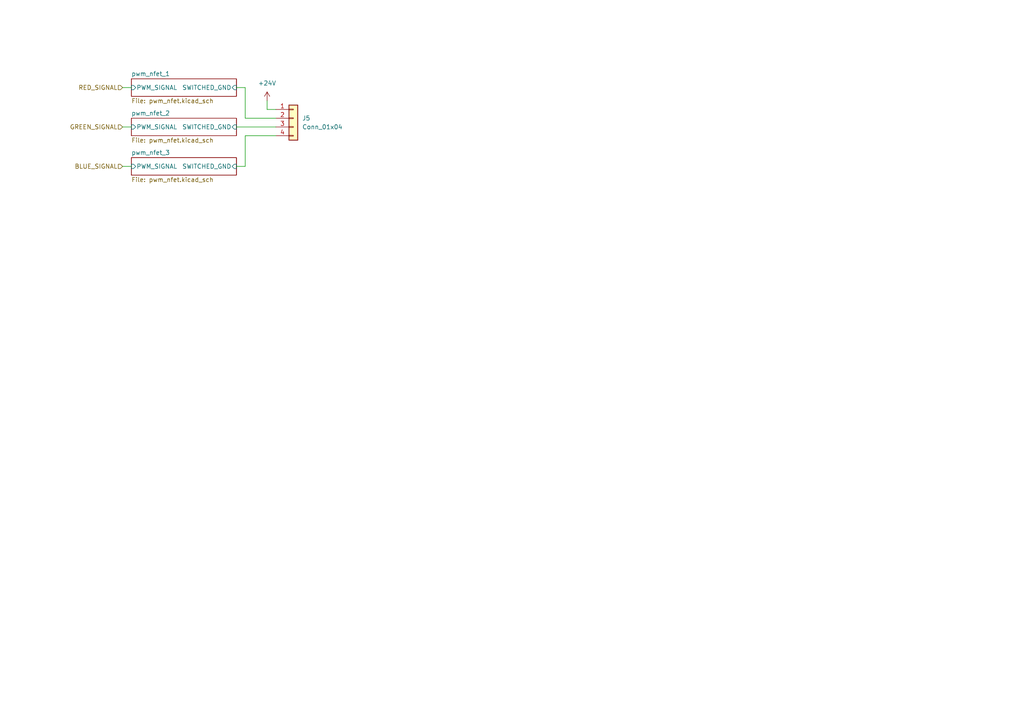
<source format=kicad_sch>
(kicad_sch (version 20230121) (generator eeschema)
  (paper "A4")
  (lib_symbols
    (symbol "Connector_Generic:Conn_01x04" (pin_names (offset 1.016) hide)
      (property "Reference" "J" (at 0 5.08 0))
      (property "Value" "Conn_01x04" (at 0 -7.62 0))
      (symbol "Conn_01x04_1_1"
        (rectangle (start -1.27 -4.953) (end 0 -5.207) (stroke (width 0.1524)))
        (rectangle (start -1.27 -2.413) (end 0 -2.667) (stroke (width 0.1524)))
        (rectangle (start -1.27 0.127) (end 0 -0.127) (stroke (width 0.1524)))
        (rectangle (start -1.27 2.667) (end 0 2.413) (stroke (width 0.1524)))
        (rectangle (start -1.27 3.81) (end 1.27 -6.35) (stroke (width 0.254)) (fill (type background)))
        (pin passive line (at -5.08 2.54 0) (length 3.81) (name "Pin_1") (number "1"))
        (pin passive line (at -5.08 0 0) (length 3.81) (name "Pin_2") (number "2"))
        (pin passive line (at -5.08 -2.54 0) (length 3.81) (name "Pin_3") (number "3"))
        (pin passive line (at -5.08 -5.08 0) (length 3.81) (name "Pin_4") (number "4"))
      )
    )
    (symbol "power:+24V" (power) (pin_names (offset 0))
      (property "Value" "+24V" (at 0 3.556 0))
      (symbol "+24V_0_1"
        (polyline (pts (xy -0.762 1.27) (xy 0 2.54)))
        (polyline (pts (xy 0 0) (xy 0 2.54)))
        (polyline (pts (xy 0 2.54) (xy 0.762 1.27)))
      )
      (symbol "+24V_1_1"
        (pin power_in line (at 0 0 90) (length 0) hide (name "+24V") (number "1"))
      )
    )
  )
  (wire (pts (xy 77.47 31.75) (xy 77.47 29.21)))
  (wire (pts (xy 71.12 48.26) (xy 71.12 39.37)))
  (wire (pts (xy 71.12 34.29) (xy 80.01 34.29)))
  (wire (pts (xy 71.12 39.37) (xy 80.01 39.37)))
  (wire (pts (xy 35.56 48.26) (xy 38.1 48.26)))
  (wire (pts (xy 71.12 25.4) (xy 71.12 34.29)))
  (wire (pts (xy 35.56 36.83) (xy 38.1 36.83)))
  (wire (pts (xy 35.56 25.4) (xy 38.1 25.4)))
  (wire (pts (xy 68.58 36.83) (xy 80.01 36.83)))
  (wire (pts (xy 80.01 31.75) (xy 77.47 31.75)))
  (wire (pts (xy 68.58 48.26) (xy 71.12 48.26)))
  (wire (pts (xy 68.58 25.4) (xy 71.12 25.4)))
  (hierarchical_label "BLUE_SIGNAL" (shape input) (at 35.56 48.26 180))
  (hierarchical_label "GREEN_SIGNAL" (shape input) (at 35.56 36.83 180))
  (hierarchical_label "RED_SIGNAL" (shape input) (at 35.56 25.4 180))
  (symbol (lib_id "power:+24V") (at 77.47 29.21 0) (unit 1)
    (property "Reference" "#PWR0140" (effects hide))
    (property "Value" "+24V" (at 77.47 24.13 0))
    (instances (project "led_strip_esp32" (path "" (reference "#PWR0140") (unit 1)) (path "" (reference "#PWR0126") (unit 1)) (path "" (reference "#PWR0133") (unit 1)) (path "" (reference "#PWR0143") (unit 1))))
  )
  (symbol (lib_id "Connector_Generic:Conn_01x04") (at 85.09 34.29 0) (unit 1)
    (property "Reference" "J5" (at 87.63 34.2899 0) (effects (justify left)))
    (property "Value" "Conn_01x04" (at 87.63 36.8299 0) (effects (justify left)))
    (property "Footprint" "Connector_PinHeader_2.54mm:PinHeader_1x04_P2.54mm_Vertical" (effects hide))
    (instances (project "led_strip_esp32" (path "" (reference "J5") (unit 1)) (path "" (reference "J3") (unit 1)) (path "" (reference "J4") (unit 1)) (path "" (reference "J6") (unit 1))))
  )
  (sheet (at 38.1 34.29) (size 30.48 5.08) (stroke (width 0.1524))
    (property "Sheetname" "pwm_nfet_2" (at 38.1 33.5784 0) (effects (justify left bottom)))
    (property "Sheetfile" "pwm_nfet.kicad_sch" (at 38.1 39.9546 0) (effects (justify left top)))
    (pin "PWM_SIGNAL" input (at 38.1 36.83 180))
    (pin "SWITCHED_GND" input (at 68.58 36.83 0))
  )
  (sheet (at 38.1 45.72) (size 30.48 5.08) (stroke (width 0.1524))
    (property "Sheetname" "pwm_nfet_3" (at 38.1 45.0084 0) (effects (justify left bottom)))
    (property "Sheetfile" "pwm_nfet.kicad_sch" (at 38.1 51.3846 0) (effects (justify left top)))
    (pin "PWM_SIGNAL" input (at 38.1 48.26 180))
    (pin "SWITCHED_GND" input (at 68.58 48.26 0))
  )
  (sheet (at 38.1 22.86) (size 30.48 5.08) (stroke (width 0.1524))
    (property "Sheetname" "pwm_nfet_1" (at 38.1 22.1484 0) (effects (justify left bottom)))
    (property "Sheetfile" "pwm_nfet.kicad_sch" (at 38.1 28.5246 0) (effects (justify left top)))
    (pin "PWM_SIGNAL" input (at 38.1 25.4 180))
    (pin "SWITCHED_GND" input (at 68.58 25.4 0))
  )
)
</source>
